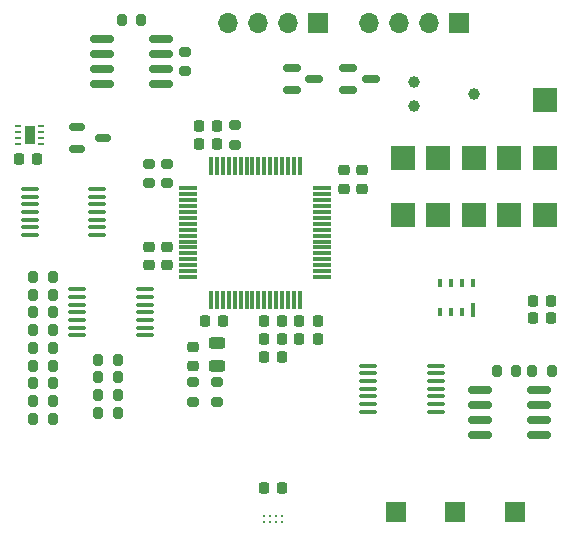
<source format=gts>
G04 #@! TF.GenerationSoftware,KiCad,Pcbnew,8.0.4*
G04 #@! TF.CreationDate,2024-08-17T22:40:57+02:00*
G04 #@! TF.ProjectId,Probe,50726f62-652e-46b6-9963-61645f706362,v1*
G04 #@! TF.SameCoordinates,Original*
G04 #@! TF.FileFunction,Soldermask,Top*
G04 #@! TF.FilePolarity,Negative*
%FSLAX46Y46*%
G04 Gerber Fmt 4.6, Leading zero omitted, Abs format (unit mm)*
G04 Created by KiCad (PCBNEW 8.0.4) date 2024-08-17 22:40:57*
%MOMM*%
%LPD*%
G01*
G04 APERTURE LIST*
G04 Aperture macros list*
%AMRoundRect*
0 Rectangle with rounded corners*
0 $1 Rounding radius*
0 $2 $3 $4 $5 $6 $7 $8 $9 X,Y pos of 4 corners*
0 Add a 4 corners polygon primitive as box body*
4,1,4,$2,$3,$4,$5,$6,$7,$8,$9,$2,$3,0*
0 Add four circle primitives for the rounded corners*
1,1,$1+$1,$2,$3*
1,1,$1+$1,$4,$5*
1,1,$1+$1,$6,$7*
1,1,$1+$1,$8,$9*
0 Add four rect primitives between the rounded corners*
20,1,$1+$1,$2,$3,$4,$5,0*
20,1,$1+$1,$4,$5,$6,$7,0*
20,1,$1+$1,$6,$7,$8,$9,0*
20,1,$1+$1,$8,$9,$2,$3,0*%
G04 Aperture macros list end*
%ADD10RoundRect,0.225000X-0.225000X-0.250000X0.225000X-0.250000X0.225000X0.250000X-0.225000X0.250000X0*%
%ADD11RoundRect,0.075000X-0.700000X-0.075000X0.700000X-0.075000X0.700000X0.075000X-0.700000X0.075000X0*%
%ADD12RoundRect,0.075000X-0.075000X-0.700000X0.075000X-0.700000X0.075000X0.700000X-0.075000X0.700000X0*%
%ADD13RoundRect,0.200000X0.200000X0.275000X-0.200000X0.275000X-0.200000X-0.275000X0.200000X-0.275000X0*%
%ADD14RoundRect,0.200000X-0.200000X-0.275000X0.200000X-0.275000X0.200000X0.275000X-0.200000X0.275000X0*%
%ADD15RoundRect,0.200000X-0.275000X0.200000X-0.275000X-0.200000X0.275000X-0.200000X0.275000X0.200000X0*%
%ADD16RoundRect,0.225000X-0.250000X0.225000X-0.250000X-0.225000X0.250000X-0.225000X0.250000X0.225000X0*%
%ADD17RoundRect,0.062500X-0.187500X-0.062500X0.187500X-0.062500X0.187500X0.062500X-0.187500X0.062500X0*%
%ADD18R,0.900000X1.600000*%
%ADD19RoundRect,0.150000X-0.825000X-0.150000X0.825000X-0.150000X0.825000X0.150000X-0.825000X0.150000X0*%
%ADD20RoundRect,0.225000X0.225000X0.250000X-0.225000X0.250000X-0.225000X-0.250000X0.225000X-0.250000X0*%
%ADD21RoundRect,0.100000X0.637500X0.100000X-0.637500X0.100000X-0.637500X-0.100000X0.637500X-0.100000X0*%
%ADD22R,0.400000X1.200000*%
%ADD23R,0.400000X0.800000*%
%ADD24RoundRect,0.150000X-0.587500X-0.150000X0.587500X-0.150000X0.587500X0.150000X-0.587500X0.150000X0*%
%ADD25RoundRect,0.200000X0.275000X-0.200000X0.275000X0.200000X-0.275000X0.200000X-0.275000X-0.200000X0*%
%ADD26RoundRect,0.218750X0.256250X-0.218750X0.256250X0.218750X-0.256250X0.218750X-0.256250X-0.218750X0*%
%ADD27C,0.200000*%
%ADD28RoundRect,0.243750X0.456250X-0.243750X0.456250X0.243750X-0.456250X0.243750X-0.456250X-0.243750X0*%
%ADD29RoundRect,0.150000X-0.512500X-0.150000X0.512500X-0.150000X0.512500X0.150000X-0.512500X0.150000X0*%
%ADD30R,2.000000X2.000000*%
%ADD31R,1.700000X1.700000*%
%ADD32C,0.990600*%
%ADD33O,1.700000X1.700000*%
G04 APERTURE END LIST*
D10*
X118475000Y-61500000D03*
X120025000Y-61500000D03*
D11*
X117575000Y-66750000D03*
X117575000Y-67250000D03*
X117575000Y-67750000D03*
X117575000Y-68250000D03*
X117575000Y-68750000D03*
X117575000Y-69250000D03*
X117575000Y-69750000D03*
X117575000Y-70250000D03*
X117575000Y-70750000D03*
X117575000Y-71250000D03*
X117575000Y-71750000D03*
X117575000Y-72250000D03*
X117575000Y-72750000D03*
X117575000Y-73250000D03*
X117575000Y-73750000D03*
X117575000Y-74250000D03*
D12*
X119500000Y-76175000D03*
X120000000Y-76175000D03*
X120500000Y-76175000D03*
X121000000Y-76175000D03*
X121500000Y-76175000D03*
X122000000Y-76175000D03*
X122500000Y-76175000D03*
X123000000Y-76175000D03*
X123500000Y-76175000D03*
X124000000Y-76175000D03*
X124500000Y-76175000D03*
X125000000Y-76175000D03*
X125500000Y-76175000D03*
X126000000Y-76175000D03*
X126500000Y-76175000D03*
X127000000Y-76175000D03*
D11*
X128925000Y-74250000D03*
X128925000Y-73750000D03*
X128925000Y-73250000D03*
X128925000Y-72750000D03*
X128925000Y-72250000D03*
X128925000Y-71750000D03*
X128925000Y-71250000D03*
X128925000Y-70750000D03*
X128925000Y-70250000D03*
X128925000Y-69750000D03*
X128925000Y-69250000D03*
X128925000Y-68750000D03*
X128925000Y-68250000D03*
X128925000Y-67750000D03*
X128925000Y-67250000D03*
X128925000Y-66750000D03*
D12*
X127000000Y-64825000D03*
X126500000Y-64825000D03*
X126000000Y-64825000D03*
X125500000Y-64825000D03*
X125000000Y-64825000D03*
X124500000Y-64825000D03*
X124000000Y-64825000D03*
X123500000Y-64825000D03*
X123000000Y-64825000D03*
X122500000Y-64825000D03*
X122000000Y-64825000D03*
X121500000Y-64825000D03*
X121000000Y-64825000D03*
X120500000Y-64825000D03*
X120000000Y-64825000D03*
X119500000Y-64825000D03*
D13*
X111575000Y-81250000D03*
X109925000Y-81250000D03*
D14*
X111925000Y-52500000D03*
X113575000Y-52500000D03*
D15*
X120000000Y-83175000D03*
X120000000Y-84825000D03*
D16*
X132250000Y-65225000D03*
X132250000Y-66775000D03*
D13*
X148325000Y-82250000D03*
X146675000Y-82250000D03*
D15*
X114250000Y-64675000D03*
X114250000Y-66325000D03*
D10*
X123975000Y-78000000D03*
X125525000Y-78000000D03*
D16*
X115750000Y-71725000D03*
X115750000Y-73275000D03*
D17*
X103175000Y-61465000D03*
X103175000Y-61965000D03*
X103175000Y-62465000D03*
X103175000Y-62965000D03*
X105075000Y-62965000D03*
X105075000Y-62465000D03*
X105075000Y-61965000D03*
X105075000Y-61465000D03*
D18*
X104125000Y-62215000D03*
D13*
X106075000Y-74250000D03*
X104425000Y-74250000D03*
D19*
X142275000Y-83845000D03*
X142275000Y-85115000D03*
X142275000Y-86385000D03*
X142275000Y-87655000D03*
X147225000Y-87655000D03*
X147225000Y-86385000D03*
X147225000Y-85115000D03*
X147225000Y-83845000D03*
D10*
X118475000Y-63000000D03*
X120025000Y-63000000D03*
D20*
X148275000Y-77750000D03*
X146725000Y-77750000D03*
D13*
X111575000Y-85750000D03*
X109925000Y-85750000D03*
X111575000Y-84250000D03*
X109925000Y-84250000D03*
D21*
X113862500Y-79200000D03*
X113862500Y-78550000D03*
X113862500Y-77900000D03*
X113862500Y-77250000D03*
X113862500Y-76600000D03*
X113862500Y-75950000D03*
X113862500Y-75300000D03*
X108137500Y-75300000D03*
X108137500Y-75950000D03*
X108137500Y-76600000D03*
X108137500Y-77250000D03*
X108137500Y-77900000D03*
X108137500Y-78550000D03*
X108137500Y-79200000D03*
D22*
X141645000Y-77050000D03*
D23*
X140715000Y-77250000D03*
X139785000Y-77250000D03*
X138855000Y-77250000D03*
X138855000Y-74750000D03*
X139785000Y-74750000D03*
X140715000Y-74750000D03*
X141645000Y-74750000D03*
D24*
X131125000Y-56550000D03*
X131125000Y-58450000D03*
X133000000Y-57500000D03*
D10*
X123975000Y-79500000D03*
X125525000Y-79500000D03*
D15*
X115750000Y-64675000D03*
X115750000Y-66325000D03*
D13*
X106075000Y-83250000D03*
X104425000Y-83250000D03*
D25*
X117250000Y-56825000D03*
X117250000Y-55175000D03*
D20*
X125525000Y-92125000D03*
X123975000Y-92125000D03*
D13*
X106075000Y-80250000D03*
X104425000Y-80250000D03*
X106075000Y-75750000D03*
X104425000Y-75750000D03*
D20*
X120525000Y-78000000D03*
X118975000Y-78000000D03*
D26*
X118000000Y-81750000D03*
X118000000Y-80175000D03*
D13*
X106075000Y-77250000D03*
X104425000Y-77250000D03*
X106075000Y-86250000D03*
X104425000Y-86250000D03*
D10*
X103225000Y-64250000D03*
X104775000Y-64250000D03*
D15*
X121500000Y-61425000D03*
X121500000Y-63075000D03*
D20*
X128525000Y-78000000D03*
X126975000Y-78000000D03*
D13*
X106075000Y-81750000D03*
X104425000Y-81750000D03*
D20*
X128525000Y-79500000D03*
X126975000Y-79500000D03*
D21*
X138500000Y-85650000D03*
X138500000Y-85000000D03*
X138500000Y-84350000D03*
X138500000Y-83700000D03*
X138500000Y-83050000D03*
X138500000Y-82400000D03*
X138500000Y-81750000D03*
X132775000Y-81750000D03*
X132775000Y-82400000D03*
X132775000Y-83050000D03*
X132775000Y-83700000D03*
X132775000Y-84350000D03*
X132775000Y-85000000D03*
X132775000Y-85650000D03*
D15*
X118000000Y-83175000D03*
X118000000Y-84825000D03*
D27*
X125500000Y-94500000D03*
X125500000Y-95000000D03*
X125000000Y-94500000D03*
X125000000Y-95000000D03*
X124500000Y-94500000D03*
X124500000Y-95000000D03*
X124000000Y-94500000D03*
X124000000Y-95000000D03*
D24*
X126337500Y-56550000D03*
X126337500Y-58450000D03*
X128212500Y-57500000D03*
D13*
X106075000Y-78750000D03*
X104425000Y-78750000D03*
X145325000Y-82250000D03*
X143675000Y-82250000D03*
D16*
X114250000Y-71725000D03*
X114250000Y-73275000D03*
D13*
X106075000Y-84750000D03*
X104425000Y-84750000D03*
X111575000Y-82750000D03*
X109925000Y-82750000D03*
D28*
X120000000Y-81750000D03*
X120000000Y-79875000D03*
D19*
X110275000Y-54095000D03*
X110275000Y-55365000D03*
X110275000Y-56635000D03*
X110275000Y-57905000D03*
X115225000Y-57905000D03*
X115225000Y-56635000D03*
X115225000Y-55365000D03*
X115225000Y-54095000D03*
D16*
X130750000Y-65225000D03*
X130750000Y-66775000D03*
D29*
X108112500Y-61550000D03*
X108112500Y-63450000D03*
X110387500Y-62500000D03*
D20*
X148275000Y-76250000D03*
X146725000Y-76250000D03*
D21*
X109862500Y-70700000D03*
X109862500Y-70050000D03*
X109862500Y-69400000D03*
X109862500Y-68750000D03*
X109862500Y-68100000D03*
X109862500Y-67450000D03*
X109862500Y-66800000D03*
X104137500Y-66800000D03*
X104137500Y-67450000D03*
X104137500Y-68100000D03*
X104137500Y-68750000D03*
X104137500Y-69400000D03*
X104137500Y-70050000D03*
X104137500Y-70700000D03*
D10*
X123975000Y-81000000D03*
X125525000Y-81000000D03*
D30*
X144750000Y-69000000D03*
D31*
X145224998Y-94125000D03*
D30*
X147750000Y-59250000D03*
D31*
X140125000Y-94125000D03*
D30*
X141750000Y-64135000D03*
D32*
X141790000Y-58750000D03*
X136710000Y-59766000D03*
X136710000Y-57734000D03*
D30*
X141750000Y-69000000D03*
D31*
X135125000Y-94125000D03*
X140500000Y-52750000D03*
D33*
X137960000Y-52750000D03*
X135420000Y-52750000D03*
X132880000Y-52750000D03*
D30*
X147750000Y-64135000D03*
X147750000Y-69000000D03*
X138750000Y-69000000D03*
D31*
X128550000Y-52725000D03*
D33*
X126010000Y-52725000D03*
X123470000Y-52725000D03*
X120930000Y-52725000D03*
D30*
X135750000Y-69000000D03*
X144750000Y-64135000D03*
X138750000Y-64135000D03*
X135750000Y-64135000D03*
M02*

</source>
